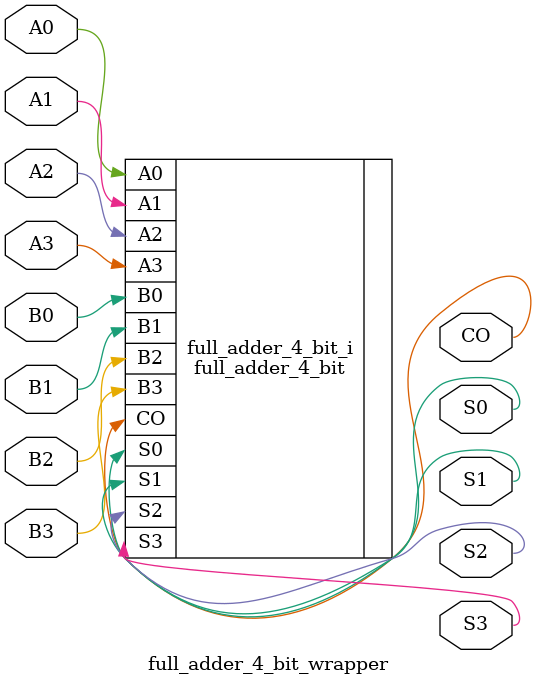
<source format=v>
`timescale 1 ps / 1 ps

module full_adder_4_bit_wrapper
   (A0,
    A1,
    A2,
    A3,
    B0,
    B1,
    B2,
    B3,
    CO,
    S0,
    S1,
    S2,
    S3);
  input A0;
  input A1;
  input A2;
  input A3;
  input B0;
  input B1;
  input B2;
  input B3;
  output CO;
  output S0;
  output S1;
  output S2;
  output S3;

  wire A0;
  wire A1;
  wire A2;
  wire A3;
  wire B0;
  wire B1;
  wire B2;
  wire B3;
  wire CO;
  wire S0;
  wire S1;
  wire S2;
  wire S3;

  full_adder_4_bit full_adder_4_bit_i
       (.A0(A0),
        .A1(A1),
        .A2(A2),
        .A3(A3),
        .B0(B0),
        .B1(B1),
        .B2(B2),
        .B3(B3),
        .CO(CO),
        .S0(S0),
        .S1(S1),
        .S2(S2),
        .S3(S3));
endmodule

</source>
